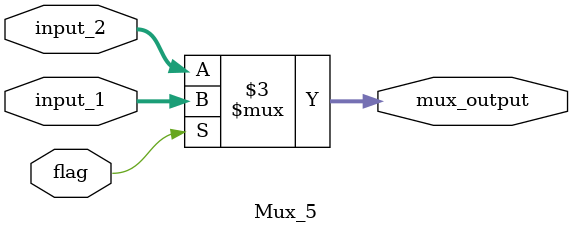
<source format=v>
module Mux_5(input_1, input_2, flag, mux_output);
	input [4:0] input_1, input_2;
	input flag;
	output reg [4:0] mux_output;
	
	always @ (*) begin
		if(flag) begin
			mux_output <= input_1;
		end
		else begin
			mux_output <= input_2;
		end
	end
	
endmodule
</source>
